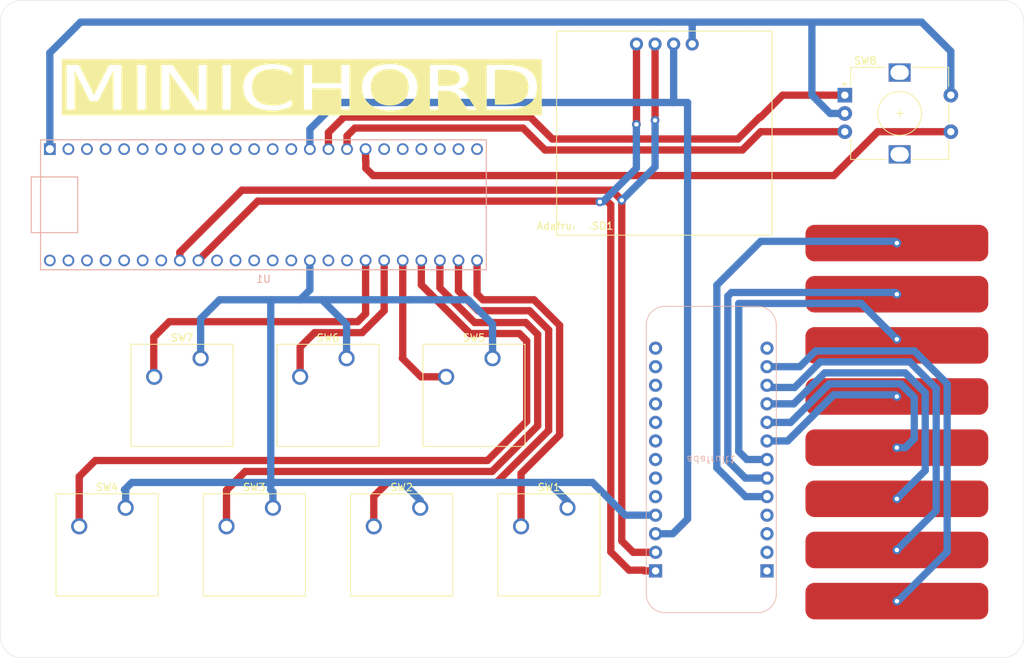
<source format=kicad_pcb>
(kicad_pcb (version 20240108) (generator "pcbnew") (generator_version "8.0")
  (layers (0 "F.Cu" signal) (31 "B.Cu" signal) (34 "B.Paste" user) (35 "F.Paste" user) (36 "B.SilkS" user "B.Silkscreen") (37 "F.SilkS" user "F.Silkscreen") (38 "B.Mask" user) (39 "F.Mask" user) (44 "Edge.Cuts" user))
  (net 0 "")
  (net 1 "BUTTON1")
  (net 2 "GND")
  (net 3 "BUTTON2")
  (net 4 "BUTTON3")
  (net 5 "BUTTON4")
  (net 6 "BUTTON5")
  (net 7 "BUTTON6")
  (net 8 "BUTTON7")
  (net 10 "ENCODER1")
  (net 21 "SCL")
  (net 26 "SDA")
  (net 37 "+3.3V")
  (net 43 "ENCODER2")
  (net 45 "ENCODERBUTTON")
  (net 47 "TRACK5")
  (net 50 "TRACK1")
  (net 51 "CAP RESET")
  (net 53 "TRACK4")
  (net 56 "TRACK2")
  (net 57 "TRACK6")
  (net 59 "TRACK8")
  (net 62 "TRACK7")
  (net 64 "TRACK3")
  (footprint "Button_Switch_Keyboard:SW_Cherry_MX_1.00u_PCB" (layer "F.Cu") (at 84.41 88)
    (property "Reference" "SW7" (at -2.54 -2.794 0) (layer "F.SilkS"))
    (property "Value" "SW_Push")
    (fp_line (start -9.525 -1.905) (end 4.445 -1.905) (stroke (width 0.12)) (layer "F.SilkS"))
    (fp_line (start -9.525 12.065) (end -9.525 -1.905) (stroke (width 0.12)) (layer "F.SilkS"))
    (fp_line (start 4.445 -1.905) (end 4.445 12.065) (stroke (width 0.12)) (layer "F.SilkS"))
    (fp_line (start 4.445 12.065) (end -9.525 12.065) (stroke (width 0.12)) (layer "F.SilkS"))
    (pad "" np_thru_hole circle (at -7.62 5.08) (size 1.7 1.7) (drill 1.7) (layers "*.Cu" "*.Mask"))
    (pad "" np_thru_hole circle (at -2.54 5.08) (size 4 4) (drill 4) (layers "*.Cu" "*.Mask"))
    (pad "" np_thru_hole circle (at 2.54 5.08) (size 1.7 1.7) (drill 1.7) (layers "*.Cu" "*.Mask"))
    (pad "1" thru_hole circle (at 0 0) (size 2.2 2.2) (drill 1.5) (layers "*.Cu" "*.Mask") (net 2 "GND"))
    (pad "2" thru_hole circle (at -6.35 2.54) (size 2.2 2.2) (drill 1.5) (layers "*.Cu" "*.Mask") (net 8 "BUTTON7"))
  )
  (footprint "kiyokoFootprints:8touchCapacitiveTouch" (layer "F.Cu") (at 179.62 97.24)
    (property "Reference" "8exposedTrack1" (hide yes))
    (property "Value" "~")
    (pad "1" smd roundrect (at 0 -25) (size 25 5) (property pad_prop_heatsink) (layers "F.Cu" "F.Mask") (net 50 "TRACK1"))
    (pad "2" smd roundrect (at 0 -18) (size 25 5) (property pad_prop_heatsink) (layers "F.Cu" "F.Mask") (net 56 "TRACK2"))
    (pad "3" smd roundrect (at 0 -11) (size 25 5) (property pad_prop_heatsink) (layers "F.Cu" "F.Mask") (net 64 "TRACK3"))
    (pad "4" smd roundrect (at 0 -4) (size 25 5) (property pad_prop_heatsink) (layers "F.Cu" "F.Mask") (net 53 "TRACK4"))
    (pad "5" smd roundrect (at 0 3) (size 25 5) (property pad_prop_heatsink) (layers "F.Cu" "F.Mask") (net 47 "TRACK5"))
    (pad "6" smd roundrect (at 0 10) (size 25 5) (property pad_prop_heatsink) (layers "F.Cu" "F.Mask") (net 57 "TRACK6"))
    (pad "7" smd roundrect (at 0 17) (size 25 5) (property pad_prop_heatsink) (layers "F.Cu" "F.Mask") (net 62 "TRACK7"))
    (pad "8" smd roundrect (at 0 24) (size 25 5) (property pad_prop_heatsink) (layers "F.Cu" "F.Mask") (net 59 "TRACK8"))
  )
  (footprint "Button_Switch_Keyboard:SW_Cherry_MX_1.00u_PCB" (layer "F.Cu") (at 104.37 88)
    (property "Reference" "SW6" (at -2.54 -2.794 0) (layer "F.SilkS"))
    (property "Value" "SW_Push")
    (fp_line (start -9.525 -1.905) (end 4.445 -1.905) (stroke (width 0.12)) (layer "F.SilkS"))
    (fp_line (start -9.525 12.065) (end -9.525 -1.905) (stroke (width 0.12)) (layer "F.SilkS"))
    (fp_line (start 4.445 -1.905) (end 4.445 12.065) (stroke (width 0.12)) (layer "F.SilkS"))
    (fp_line (start 4.445 12.065) (end -9.525 12.065) (stroke (width 0.12)) (layer "F.SilkS"))
    (pad "" np_thru_hole circle (at -7.62 5.08) (size 1.7 1.7) (drill 1.7) (layers "*.Cu" "*.Mask"))
    (pad "" np_thru_hole circle (at -2.54 5.08) (size 4 4) (drill 4) (layers "*.Cu" "*.Mask"))
    (pad "" np_thru_hole circle (at 2.54 5.08) (size 1.7 1.7) (drill 1.7) (layers "*.Cu" "*.Mask"))
    (pad "1" thru_hole circle (at 0 0) (size 2.2 2.2) (drill 1.5) (layers "*.Cu" "*.Mask") (net 2 "GND"))
    (pad "2" thru_hole circle (at -6.35 2.54) (size 2.2 2.2) (drill 1.5) (layers "*.Cu" "*.Mask") (net 7 "BUTTON6"))
  )
  (footprint "MountingHole:MountingHole_2.7mm_M2.5" (layer "F.Cu") (at 60 42)
    (property "Reference" "H1" (hide yes))
    (property "Value" "MountingHole" (hide yes))
    (pad "" np_thru_hole circle (at 0 0) (size 2.7 2.7) (drill 2.7) (layers "*.Cu" "*.Mask"))
  )
  (footprint "MountingHole:MountingHole_2.7mm_M2.5" (layer "F.Cu") (at 194 42)
    (property "Reference" "H2" (hide yes))
    (property "Value" "MountingHole" (hide yes))
    (pad "" np_thru_hole circle (at 0 0) (size 2.7 2.7) (drill 2.7) (layers "*.Cu" "*.Mask"))
  )
  (footprint "Button_Switch_Keyboard:SW_Cherry_MX_1.00u_PCB" (layer "F.Cu") (at 124.33 88)
    (property "Reference" "SW5" (at -2.54 -2.794 0) (layer "F.SilkS"))
    (property "Value" "SW_Push")
    (fp_line (start -9.525 -1.905) (end 4.445 -1.905) (stroke (width 0.12)) (layer "F.SilkS"))
    (fp_line (start -9.525 12.065) (end -9.525 -1.905) (stroke (width 0.12)) (layer "F.SilkS"))
    (fp_line (start 4.445 -1.905) (end 4.445 12.065) (stroke (width 0.12)) (layer "F.SilkS"))
    (fp_line (start 4.445 12.065) (end -9.525 12.065) (stroke (width 0.12)) (layer "F.SilkS"))
    (pad "" np_thru_hole circle (at -7.62 5.08) (size 1.7 1.7) (drill 1.7) (layers "*.Cu" "*.Mask"))
    (pad "" np_thru_hole circle (at -2.54 5.08) (size 4 4) (drill 4) (layers "*.Cu" "*.Mask"))
    (pad "" np_thru_hole circle (at 2.54 5.08) (size 1.7 1.7) (drill 1.7) (layers "*.Cu" "*.Mask"))
    (pad "1" thru_hole circle (at 0 0) (size 2.2 2.2) (drill 1.5) (layers "*.Cu" "*.Mask") (net 2 "GND"))
    (pad "2" thru_hole circle (at -6.35 2.54) (size 2.2 2.2) (drill 1.5) (layers "*.Cu" "*.Mask") (net 6 "BUTTON5"))
  )
  (footprint "Button_Switch_Keyboard:SW_Cherry_MX_1.00u_PCB" (layer "F.Cu") (at 94.3 108.46)
    (property "Reference" "SW3" (at -2.54 -2.794 0) (layer "F.SilkS"))
    (property "Value" "SW_Push")
    (fp_line (start -9.525 -1.905) (end 4.445 -1.905) (stroke (width 0.12)) (layer "F.SilkS"))
    (fp_line (start -9.525 12.065) (end -9.525 -1.905) (stroke (width 0.12)) (layer "F.SilkS"))
    (fp_line (start 4.445 -1.905) (end 4.445 12.065) (stroke (width 0.12)) (layer "F.SilkS"))
    (fp_line (start 4.445 12.065) (end -9.525 12.065) (stroke (width 0.12)) (layer "F.SilkS"))
    (pad "" np_thru_hole circle (at -7.62 5.08) (size 1.7 1.7) (drill 1.7) (layers "*.Cu" "*.Mask"))
    (pad "" np_thru_hole circle (at -2.54 5.08) (size 4 4) (drill 4) (layers "*.Cu" "*.Mask"))
    (pad "" np_thru_hole circle (at 2.54 5.08) (size 1.7 1.7) (drill 1.7) (layers "*.Cu" "*.Mask"))
    (pad "1" thru_hole circle (at 0 0) (size 2.2 2.2) (drill 1.5) (layers "*.Cu" "*.Mask") (net 2 "GND"))
    (pad "2" thru_hole circle (at -6.35 2.54) (size 2.2 2.2) (drill 1.5) (layers "*.Cu" "*.Mask") (net 4 "BUTTON3"))
  )
  (footprint "Button_Switch_Keyboard:SW_Cherry_MX_1.00u_PCB" (layer "F.Cu") (at 74.16 108.46)
    (property "Reference" "SW4" (at -2.54 -2.794 0) (layer "F.SilkS"))
    (property "Value" "SW_Push")
    (fp_line (start -9.525 -1.905) (end 4.445 -1.905) (stroke (width 0.12)) (layer "F.SilkS"))
    (fp_line (start -9.525 12.065) (end -9.525 -1.905) (stroke (width 0.12)) (layer "F.SilkS"))
    (fp_line (start 4.445 -1.905) (end 4.445 12.065) (stroke (width 0.12)) (layer "F.SilkS"))
    (fp_line (start 4.445 12.065) (end -9.525 12.065) (stroke (width 0.12)) (layer "F.SilkS"))
    (pad "" np_thru_hole circle (at -7.62 5.08) (size 1.7 1.7) (drill 1.7) (layers "*.Cu" "*.Mask"))
    (pad "" np_thru_hole circle (at -2.54 5.08) (size 4 4) (drill 4) (layers "*.Cu" "*.Mask"))
    (pad "" np_thru_hole circle (at 2.54 5.08) (size 1.7 1.7) (drill 1.7) (layers "*.Cu" "*.Mask"))
    (pad "1" thru_hole circle (at 0 0) (size 2.2 2.2) (drill 1.5) (layers "*.Cu" "*.Mask") (net 2 "GND"))
    (pad "2" thru_hole circle (at -6.35 2.54) (size 2.2 2.2) (drill 1.5) (layers "*.Cu" "*.Mask") (net 5 "BUTTON4"))
  )
  (footprint "MountingHole:MountingHole_2.7mm_M2.5" (layer "F.Cu") (at 60 126)
    (property "Reference" "H4" (hide yes))
    (property "Value" "MountingHole" (hide yes))
    (pad "" np_thru_hole circle (at 0 0) (size 2.7 2.7) (drill 2.7) (layers "*.Cu" "*.Mask"))
  )
  (footprint "Rotary_Encoder:RotaryEncoder_Alps_EC12E-Switch_Vertical_H20mm" (layer "F.Cu") (at 172.5 52)
    (property "Reference" "SW8" (at 2.8 -4.7 0) (layer "F.SilkS"))
    (property "Value" "RotaryEncoder_Switch")
    (fp_line (start -0.3 -1.6) (end 0.3 -1.6) (stroke (width 0.12)) (layer "F.SilkS"))
    (fp_line (start 0 -1.3) (end -0.3 -1.6) (stroke (width 0.12)) (layer "F.SilkS"))
    (fp_line (start 0.3 -1.6) (end 0 -1.3) (stroke (width 0.12)) (layer "F.SilkS"))
    (fp_line (start 0.8 -3.8) (end 0.8 -1.3) (stroke (width 0.12)) (layer "F.SilkS"))
    (fp_line (start 0.8 8.8) (end 0.8 6) (stroke (width 0.12)) (layer "F.SilkS"))
    (fp_line (start 5.6 -3.8) (end 0.8 -3.8) (stroke (width 0.12)) (layer "F.SilkS"))
    (fp_line (start 5.7 8.8) (end 0.8 8.8) (stroke (width 0.12)) (layer "F.SilkS"))
    (fp_line (start 7 2.5) (end 8 2.5) (stroke (width 0.12)) (layer "F.SilkS"))
    (fp_line (start 7.5 2) (end 7.5 3) (stroke (width 0.12)) (layer "F.SilkS"))
    (fp_line (start 9.3 -3.8) (end 14.2 -3.8) (stroke (width 0.12)) (layer "F.SilkS"))
    (fp_line (start 14.2 -3.8) (end 14.2 -1.2) (stroke (width 0.12)) (layer "F.SilkS"))
    (fp_line (start 14.2 1.2) (end 14.2 3.8) (stroke (width 0.12)) (layer "F.SilkS"))
    (fp_line (start 14.2 6.2) (end 14.2 8.8) (stroke (width 0.12)) (layer "F.SilkS"))
    (fp_line (start 14.2 8.8) (end 9.3 8.8) (stroke (width 0.12)) (layer "F.SilkS"))
    (fp_circle (center 7.5 2.5) (end 10.5 2.5) (stroke (width 0.12)) (fill none) (layer "F.SilkS"))
    (pad "A" thru_hole rect (at 0 0) (size 2 2) (drill 1) (layers "*.Cu" "*.Mask") (net 10 "ENCODER1"))
    (pad "B" thru_hole circle (at 0 5) (size 2 2) (drill 1) (layers "*.Cu" "*.Mask") (net 43 "ENCODER2"))
    (pad "C" thru_hole circle (at 0 2.5) (size 2 2) (drill 1) (layers "*.Cu" "*.Mask") (net 2 "GND"))
    (pad "MP" thru_hole rect (at 7.5 -3.1) (size 3 2.5) (drill oval 2.5 2) (layers "*.Cu" "*.Mask"))
    (pad "MP" thru_hole rect (at 7.5 8.1) (size 3 2.5) (drill oval 2.5 2) (layers "*.Cu" "*.Mask"))
    (pad "S1" thru_hole circle (at 14.5 0) (size 2 2) (drill 1) (layers "*.Cu" "*.Mask") (net 2 "GND"))
    (pad "S2" thru_hole circle (at 14.5 5) (size 2 2) (drill 1) (layers "*.Cu" "*.Mask") (net 45 "ENCODERBUTTON"))
  )
  (footprint "Button_Switch_Keyboard:SW_Cherry_MX_1.00u_PCB" (layer "F.Cu") (at 134.58 108.46)
    (property "Reference" "SW1" (at -2.54 -2.794 0) (layer "F.SilkS"))
    (property "Value" "SW_Push")
    (fp_line (start -9.525 -1.905) (end 4.445 -1.905) (stroke (width 0.12)) (layer "F.SilkS"))
    (fp_line (start -9.525 12.065) (end -9.525 -1.905) (stroke (width 0.12)) (layer "F.SilkS"))
    (fp_line (start 4.445 -1.905) (end 4.445 12.065) (stroke (width 0.12)) (layer "F.SilkS"))
    (fp_line (start 4.445 12.065) (end -9.525 12.065) (stroke (width 0.12)) (layer "F.SilkS"))
    (pad "" np_thru_hole circle (at -7.62 5.08) (size 1.7 1.7) (drill 1.7) (layers "*.Cu" "*.Mask"))
    (pad "" np_thru_hole circle (at -2.54 5.08) (size 4 4) (drill 4) (layers "*.Cu" "*.Mask"))
    (pad "" np_thru_hole circle (at 2.54 5.08) (size 1.7 1.7) (drill 1.7) (layers "*.Cu" "*.Mask"))
    (pad "1" thru_hole circle (at 0 0) (size 2.2 2.2) (drill 1.5) (layers "*.Cu" "*.Mask") (net 2 "GND"))
    (pad "2" thru_hole circle (at -6.35 2.54) (size 2.2 2.2) (drill 1.5) (layers "*.Cu" "*.Mask") (net 1 "BUTTON1"))
  )
  (footprint "Steve:OLED_From_Amazon" (layer "F.Cu") (at 133.092 43.222)
    (property "Reference" "Adafruit_SSD1" (at 2.54 26.67 0) (layer "F.SilkS"))
    (property "Value" "~")
    (fp_rect (start 0 0) (end 29.464 27.94) (stroke (width 0.12)) (fill none) (layer "F.SilkS"))
    (pad "" np_thru_hole circle (at 3.556 1.778) (size 2.7 2.7) (drill 2.7) (layers "F&B.Cu" "*.Mask"))
    (pad "" np_thru_hole circle (at 3.556 26.162) (size 2.7 2.7) (drill 2.7) (layers "F&B.Cu" "*.Mask"))
    (pad "" np_thru_hole circle (at 25.908 1.778) (size 2.7 2.7) (drill 2.7) (layers "F&B.Cu" "*.Mask"))
    (pad "" np_thru_hole circle (at 25.908 26.162) (size 2.7 2.7) (drill 2.7) (layers "F&B.Cu" "*.Mask"))
    (pad "1" thru_hole circle (at 10.922 1.778) (size 1.8 1.8) (drill 1) (layers "*.Cu" "*.Mask") (net 2 "GND"))
    (pad "2" thru_hole circle (at 13.462 1.778) (size 1.8 1.8) (drill 1) (layers "*.Cu" "*.Mask") (net 37 "+3.3V"))
    (pad "3" thru_hole circle (at 16.002 1.778) (size 1.8 1.8) (drill 1) (layers "*.Cu" "*.Mask") (net 21 "SCL"))
    (pad "4" thru_hole circle (at 18.542 1.778) (size 1.8 1.8) (drill 1) (layers "*.Cu" "*.Mask") (net 26 "SDA"))
  )
  (footprint "Button_Switch_Keyboard:SW_Cherry_MX_1.00u_PCB" (layer "F.Cu") (at 114.44 108.46)
    (property "Reference" "SW2" (at -2.54 -2.794 0) (layer "F.SilkS"))
    (property "Value" "SW_Push")
    (fp_line (start -9.525 -1.905) (end 4.445 -1.905) (stroke (width 0.12)) (layer "F.SilkS"))
    (fp_line (start -9.525 12.065) (end -9.525 -1.905) (stroke (width 0.12)) (layer "F.SilkS"))
    (fp_line (start 4.445 -1.905) (end 4.445 12.065) (stroke (width 0.12)) (layer "F.SilkS"))
    (fp_line (start 4.445 12.065) (end -9.525 12.065) (stroke (width 0.12)) (layer "F.SilkS"))
    (pad "" np_thru_hole circle (at -7.62 5.08) (size 1.7 1.7) (drill 1.7) (layers "*.Cu" "*.Mask"))
    (pad "" np_thru_hole circle (at -2.54 5.08) (size 4 4) (drill 4) (layers "*.Cu" "*.Mask"))
    (pad "" np_thru_hole circle (at 2.54 5.08) (size 1.7 1.7) (drill 1.7) (layers "*.Cu" "*.Mask"))
    (pad "1" thru_hole circle (at 0 0) (size 2.2 2.2) (drill 1.5) (layers "*.Cu" "*.Mask") (net 2 "GND"))
    (pad "2" thru_hole circle (at -6.35 2.54) (size 2.2 2.2) (drill 1.5) (layers "*.Cu" "*.Mask") (net 3 "BUTTON2"))
  )
  (footprint "MountingHole:MountingHole_2.7mm_M2.5" (layer "F.Cu") (at 194 126)
    (property "Reference" "H3" (hide yes))
    (property "Value" "MountingHole" (hide yes))
    (pad "" np_thru_hole circle (at 0 0) (size 2.7 2.7) (drill 2.7) (layers "*.Cu" "*.Mask"))
  )
  (footprint "kiyokoFootprints:CAP1188 BREAKOUT" (layer "B.Cu") (at 154.24 101.86)
    (property "Reference" "adafruit1" (at 0 0 180) (layer "B.SilkS") (effects (font (thickness 0.1)) (justify mirror)))
    (property "Value" "CAP1188")
    (fp_line (start -8.89 18.415) (end -8.89 -18.415) (stroke (width 0.1)) (layer "B.SilkS"))
    (fp_line (start -6.35 -20.955) (end 6.35 -20.955) (stroke (width 0.1)) (layer "B.SilkS"))
    (fp_line (start 6.35 20.955) (end -6.35 20.955) (stroke (width 0.1)) (layer "B.SilkS"))
    (fp_line (start 8.89 -18.415) (end 8.89 18.415) (stroke (width 0.1)) (layer "B.SilkS"))
    (fp_arc (start -8.89 -18.415) (mid -8.146051 -20.211051) (end -6.35 -20.955) (stroke (width 0.1)) (layer "B.SilkS"))
    (fp_arc (start -6.35 20.955) (mid -8.146051 20.211051) (end -8.89 18.415) (stroke (width 0.1)) (layer "B.SilkS"))
    (fp_arc (start 6.35 -20.955) (mid 8.146051 -20.211051) (end 8.89 -18.415) (stroke (width 0.1)) (layer "B.SilkS"))
    (fp_arc (start 8.89 18.415) (mid 8.146051 20.211051) (end 6.35 20.955) (stroke (width 0.1)) (layer "B.SilkS"))
    (pad "" np_thru_hole circle (at -6.35 -18.415) (size 2.54 2.54) (drill 2.54) (layers "F&B.Cu" "*.Mask"))
    (pad "" np_thru_hole circle (at -6.35 18.415) (size 2.54 2.54) (drill 2.54) (layers "F&B.Cu" "*.Mask"))
    (pad "" np_thru_hole circle (at 6.35 -18.415) (size 2.54 2.54) (drill 2.54) (layers "F&B.Cu" "*.Mask"))
    (pad "" np_thru_hole circle (at 6.35 18.415) (size 2.54 2.54) (drill 2.54) (layers "F&B.Cu" "*.Mask"))
    (pad "1" thru_hole rect (at -7.62 15.24) (size 1.8 1.8) (drill 1) (layers "*.Cu" "*.Mask") (net 26 "SDA"))
    (pad "2" thru_hole circle (at -7.62 12.7) (size 1.8 1.8) (drill 1) (layers "*.Cu" "*.Mask") (net 21 "SCL"))
    (pad "3" thru_hole circle (at -7.62 10.16) (size 1.8 1.8) (drill 1) (layers "*.Cu" "*.Mask") (net 37 "+3.3V"))
    (pad "4" thru_hole circle (at -7.62 7.62) (size 1.8 1.8) (drill 1) (layers "*.Cu" "*.Mask") (net 2 "GND"))
    (pad "5" thru_hole circle (at -7.62 5.08) (size 1.8 1.8) (drill 1) (layers "*.Cu" "*.Mask"))
    (pad "6" thru_hole circle (at -7.62 2.54) (size 1.8 1.8) (drill 1) (layers "*.Cu" "*.Mask"))
    (pad "7" thru_hole circle (at -7.62 0) (size 1.8 1.8) (drill 1) (layers "*.Cu" "*.Mask"))
    (pad "8" thru_hole circle (at -7.62 -2.54) (size 1.8 1.8) (drill 1) (layers "*.Cu" "*.Mask"))
    (pad "9" thru_hole circle (at -7.62 -5.08) (size 1.8 1.8) (drill 1) (layers "*.Cu" "*.Mask"))
    (pad "10" thru_hole circle (at -7.62 -7.62) (size 1.8 1.8) (drill 1) (layers "*.Cu" "*.Mask"))
    (pad "11" thru_hole circle (at -7.62 -10.16) (size 1.8 1.8) (drill 1) (layers "*.Cu" "*.Mask"))
    (pad "12" thru_hole circle (at -7.62 -12.7) (size 1.8 1.8) (drill 1) (layers "*.Cu" "*.Mask"))
    (pad "13" thru_hole circle (at -7.62 -15.24) (size 1.8 1.8) (drill 1) (layers "*.Cu" "*.Mask"))
    (pad "14" thru_hole rect (at 7.62 15.24) (size 1.8 1.8) (drill 1) (layers "*.Cu" "*.Mask"))
    (pad "15" thru_hole circle (at 7.62 12.7) (size 1.8 1.8) (drill 1) (layers "*.Cu" "*.Mask"))
    (pad "16" thru_hole circle (at 7.62 10.16) (size 1.8 1.8) (drill 1) (layers "*.Cu" "*.Mask") (net 51 "CAP RESET"))
    (pad "17" thru_hole circle (at 7.62 7.62) (size 1.8 1.8) (drill 1) (layers "*.Cu" "*.Mask"))
    (pad "18" thru_hole circle (at 7.62 5.08) (size 1.8 1.8) (drill 1) (layers "*.Cu" "*.Mask") (net 50 "TRACK1"))
    (pad "19" thru_hole circle (at 7.62 2.54) (size 1.8 1.8) (drill 1) (layers "*.Cu" "*.Mask") (net 56 "TRACK2"))
    (pad "20" thru_hole circle (at 7.62 0) (size 1.8 1.8) (drill 1) (layers "*.Cu" "*.Mask") (net 64 "TRACK3"))
    (pad "21" thru_hole circle (at 7.62 -2.54) (size 1.8 1.8) (drill 1) (layers "*.Cu" "*.Mask") (net 53 "TRACK4"))
    (pad "22" thru_hole circle (at 7.62 -5.08) (size 1.8 1.8) (drill 1) (layers "*.Cu" "*.Mask") (net 47 "TRACK5"))
    (pad "23" thru_hole circle (at 7.62 -7.62) (size 1.8 1.8) (drill 1) (layers "*.Cu" "*.Mask") (net 57 "TRACK6"))
    (pad "24" thru_hole circle (at 7.62 -10.16) (size 1.8 1.8) (drill 1) (layers "*.Cu" "*.Mask") (net 62 "TRACK7"))
    (pad "25" thru_hole circle (at 7.62 -12.7) (size 1.8 1.8) (drill 1) (layers "*.Cu" "*.Mask") (net 59 "TRACK8"))
    (pad "26" thru_hole circle (at 7.62 -15.24) (size 1.8 1.8) (drill 1) (layers "*.Cu" "*.Mask"))
  )
  (footprint "teensy:Teensy41Better" (layer "B.Cu") (at 93 67)
    (property "Reference" "U1" (at 0 10.16 0) (layer "B.SilkS") (effects (justify mirror)))
    (property "Value" "Teensy4.1Better")
    (fp_line (start -31.75 -3.81) (end -30.48 -3.81) (stroke (width 0.15)) (layer "B.SilkS"))
    (fp_line (start -31.75 3.81) (end -31.75 -3.81) (stroke (width 0.15)) (layer "B.SilkS"))
    (fp_line (start -30.48 -8.89) (end 30.48 -8.89) (stroke (width 0.15)) (layer "B.SilkS"))
    (fp_line (start -30.48 -3.81) (end -25.4 -3.81) (stroke (width 0.15)) (layer "B.SilkS"))
    (fp_line (start -30.48 3.81) (end -31.75 3.81) (stroke (width 0.15)) (layer "B.SilkS"))
    (fp_line (start -30.48 3.81) (end -25.4 3.81) (stroke (width 0.15)) (layer "B.SilkS"))
    (fp_line (start -30.48 8.89) (end -30.48 -8.89) (stroke (width 0.15)) (layer "B.SilkS"))
    (fp_line (start -25.4 3.81) (end -25.4 -3.81) (stroke (width 0.15)) (layer "B.SilkS"))
    (fp_line (start 30.48 -8.89) (end 30.48 8.89) (stroke (width 0.15)) (layer "B.SilkS"))
    (fp_line (start 30.48 8.89) (end -30.48 8.89) (stroke (width 0.15)) (layer "B.SilkS"))
    (pad "1" thru_hole rect (at -29.21 -7.62) (size 1.6 1.6) (drill 1.1) (layers "*.Cu" "*.Mask") (net 2 "GND"))
    (pad "2" thru_hole circle (at -26.67 -7.62) (size 1.6 1.6) (drill 1.1) (layers "*.Cu" "*.Mask"))
    (pad "3" thru_hole circle (at -24.13 -7.62) (size 1.6 1.6) (drill 1.1) (layers "*.Cu" "*.Mask"))
    (pad "4" thru_hole circle (at -21.59 -7.62) (size 1.6 1.6) (drill 1.1) (layers "*.Cu" "*.Mask"))
    (pad "5" thru_hole circle (at -19.05 -7.62) (size 1.6 1.6) (drill 1.1) (layers "*.Cu" "*.Mask"))
    (pad "6" thru_hole circle (at -16.51 -7.62) (size 1.6 1.6) (drill 1.1) (layers "*.Cu" "*.Mask"))
    (pad "7" thru_hole circle (at -13.97 -7.62) (size 1.6 1.6) (drill 1.1) (layers "*.Cu" "*.Mask"))
    (pad "8" thru_hole circle (at -11.43 -7.62) (size 1.6 1.6) (drill 1.1) (layers "*.Cu" "*.Mask"))
    (pad "9" thru_hole circle (at -8.89 -7.62) (size 1.6 1.6) (drill 1.1) (layers "*.Cu" "*.Mask"))
    (pad "10" thru_hole circle (at -6.35 -7.62) (size 1.6 1.6) (drill 1.1) (layers "*.Cu" "*.Mask"))
    (pad "11" thru_hole circle (at -3.81 -7.62) (size 1.6 1.6) (drill 1.1) (layers "*.Cu" "*.Mask"))
    (pad "12" thru_hole circle (at -1.27 -7.62) (size 1.6 1.6) (drill 1.1) (layers "*.Cu" "*.Mask"))
    (pad "13" thru_hole circle (at 1.27 -7.62) (size 1.6 1.6) (drill 1.1) (layers "*.Cu" "*.Mask"))
    (pad "14" thru_hole circle (at 3.81 -7.62) (size 1.6 1.6) (drill 1.1) (layers "*.Cu" "*.Mask"))
    (pad "15" thru_hole circle (at 6.35 -7.62) (size 1.6 1.6) (drill 1.1) (layers "*.Cu" "*.Mask") (net 37 "+3.3V"))
    (pad "16" thru_hole circle (at 8.89 -7.62) (size 1.6 1.6) (drill 1.1) (layers "*.Cu" "*.Mask") (net 10 "ENCODER1"))
    (pad "17" thru_hole circle (at 11.43 -7.62) (size 1.6 1.6) (drill 1.1) (layers "*.Cu" "*.Mask") (net 43 "ENCODER2"))
    (pad "18" thru_hole circle (at 13.97 -7.62) (size 1.6 1.6) (drill 1.1) (layers "*.Cu" "*.Mask") (net 45 "ENCODERBUTTON"))
    (pad "19" thru_hole circle (at 16.51 -7.62) (size 1.6 1.6) (drill 1.1) (layers "*.Cu" "*.Mask"))
    (pad "20" thru_hole circle (at 19.05 -7.62) (size 1.6 1.6) (drill 1.1) (layers "*.Cu" "*.Mask"))
    (pad "21" thru_hole circle (at 21.59 -7.62) (size 1.6 1.6) (drill 1.1) (layers "*.Cu" "*.Mask"))
    (pad "22" thru_hole circle (at 24.13 -7.62) (size 1.6 1.6) (drill 1.1) (layers "*.Cu" "*.Mask"))
    (pad "23" thru_hole circle (at 26.67 -7.62) (size 1.6 1.6) (drill 1.1) (layers "*.Cu" "*.Mask"))
    (pad "24" thru_hole circle (at 29.21 -7.62) (size 1.6 1.6) (drill 1.1) (layers "*.Cu" "*.Mask"))
    (pad "25" thru_hole circle (at 29.21 7.62) (size 1.6 1.6) (drill 1.1) (layers "*.Cu" "*.Mask") (net 1 "BUTTON1"))
    (pad "26" thru_hole circle (at 26.67 7.62) (size 1.6 1.6) (drill 1.1) (layers "*.Cu" "*.Mask") (net 3 "BUTTON2"))
    (pad "27" thru_hole circle (at 24.13 7.62) (size 1.6 1.6) (drill 1.1) (layers "*.Cu" "*.Mask") (net 4 "BUTTON3"))
    (pad "28" thru_hole circle (at 21.59 7.62) (size 1.6 1.6) (drill 1.1) (layers "*.Cu" "*.Mask") (net 5 "BUTTON4"))
    (pad "29" thru_hole circle (at 19.05 7.62) (size 1.6 1.6) (drill 1.1) (layers "*.Cu" "*.Mask") (net 6 "BUTTON5"))
    (pad "30" thru_hole circle (at 16.51 7.62) (size 1.6 1.6) (drill 1.1) (layers "*.Cu" "*.Mask") (net 7 "BUTTON6"))
    (pad "31" thru_hole circle (at 13.97 7.62) (size 1.6 1.6) (drill 1.1) (layers "*.Cu" "*.Mask") (net 8 "BUTTON7"))
    (pad "32" thru_hole circle (at 11.43 7.62) (size 1.6 1.6) (drill 1.1) (layers "*.Cu" "*.Mask"))
    (pad "33" thru_hole circle (at 8.89 7.62) (size 1.6 1.6) (drill 1.1) (layers "*.Cu" "*.Mask"))
    (pad "34" thru_hole circle (at 6.35 7.62) (size 1.6 1.6) (drill 1.1) (layers "*.Cu" "*.Mask") (net 2 "GND"))
    (pad "35" thru_hole circle (at 3.81 7.62) (size 1.6 1.6) (drill 1.1) (layers "*.Cu" "*.Mask"))
    (pad "36" thru_hole circle (at 1.27 7.62) (size 1.6 1.6) (drill 1.1) (layers "*.Cu" "*.Mask"))
    (pad "37" thru_hole circle (at -1.27 7.62) (size 1.6 1.6) (drill 1.1) (layers "*.Cu" "*.Mask"))
    (pad "38" thru_hole circle (at -3.81 7.62) (size 1.6 1.6) (drill 1.1) (layers "*.Cu" "*.Mask"))
    (pad "39" thru_hole circle (at -6.35 7.62) (size 1.6 1.6) (drill 1.1) (layers "*.Cu" "*.Mask"))
    (pad "40" thru_hole circle (at -8.89 7.62) (size 1.6 1.6) (drill 1.1) (layers "*.Cu" "*.Mask") (net 26 "SDA"))
    (pad "41" thru_hole circle (at -11.43 7.62) (size 1.6 1.6) (drill 1.1) (layers "*.Cu" "*.Mask") (net 21 "SCL"))
    (pad "42" thru_hole circle (at -13.97 7.62) (size 1.6 1.6) (drill 1.1) (layers "*.Cu" "*.Mask"))
    (pad "43" thru_hole circle (at -16.51 7.62) (size 1.6 1.6) (drill 1.1) (layers "*.Cu" "*.Mask"))
    (pad "44" thru_hole circle (at -19.05 7.62) (size 1.6 1.6) (drill 1.1) (layers "*.Cu" "*.Mask"))
    (pad "45" thru_hole circle (at -21.59 7.62) (size 1.6 1.6) (drill 1.1) (layers "*.Cu" "*.Mask"))
    (pad "46" thru_hole circle (at -24.13 7.62) (size 1.6 1.6) (drill 1.1) (layers "*.Cu" "*.Mask") (net 37 "+3.3V"))
    (pad "47" thru_hole circle (at -26.67 7.62) (size 1.6 1.6) (drill 1.1) (layers "*.Cu" "*.Mask"))
    (pad "48" thru_hole circle (at -29.21 7.62) (size 1.6 1.6) (drill 1.1) (layers "*.Cu" "*.Mask"))
  )
  (gr_line (start 197 42) (end 197 126) (stroke (width 0.05)) (layer "Edge.Cuts"))
  (gr_arc (start 197 126) (mid 196.12132 128.12132) (end 194 129) (stroke (width 0.05)) (layer "Edge.Cuts"))
  (gr_arc (start 60 129) (mid 57.87868 128.12132) (end 57 126) (stroke (width 0.05)) (layer "Edge.Cuts"))
  (gr_arc (start 194 39) (mid 196.12132 39.87868) (end 197 42) (stroke (width 0.05)) (layer "Edge.Cuts"))
  (gr_line (start 57 126) (end 57 42) (stroke (width 0.05)) (layer "Edge.Cuts"))
  (gr_arc (start 57 42) (mid 57.87868 39.87868) (end 60 39) (stroke (width 0.05)) (layer "Edge.Cuts"))
  (gr_line (start 194 129) (end 60 129) (stroke (width 0.05)) (layer "Edge.Cuts"))
  (gr_line (start 60 39) (end 194 39) (stroke (width 0.05)) (layer "Edge.Cuts"))
  (gr_text "MINICHORD" (at 65 55 0) (layer "F.SilkS" knockout) (effects (font (size 6 8) (thickness 0.75)) (justify left bottom)))
  (segment (start 133.5 83.5) (end 133.5 98.5) (width 1) (layer "F.Cu") (net 1))
  (segment (start 122.21 74.62) (end 122.21 79.21) (width 1) (layer "F.Cu") (net 1))
  (segment (start 128.23 103.77) (end 128.23 111) (width 1) (layer "F.Cu") (net 1))
  (segment (start 130 80) (end 133.5 83.5) (width 1) (layer "F.Cu") (net 1))
  (segment (start 133.5 98.5) (end 128.23 103.77) (width 1) (layer "F.Cu") (net 1))
  (segment (start 122.21 79.21) (end 123 80) (width 1) (layer "F.Cu") (net 1))
  (segment (start 123 80) (end 130 80) (width 1) (layer "F.Cu") (net 1))
  (segment (start 121 80) (end 113 80) (width 1) (layer "B.Cu") (net 2))
  (segment (start 94 106) (end 94.3 106.3) (width 1) (layer "B.Cu") (net 2))
  (segment (start 187 46) (end 187 52) (width 1) (layer "B.Cu") (net 2))
  (segment (start 132 105) (end 134.58 107.58) (width 1) (layer "B.Cu") (net 2))
  (segment (start 99.35 74.62) (end 99.35 78.65) (width 1) (layer "B.Cu") (net 2))
  (segment (start 172.5 54.5) (end 170.5 54.5) (width 1) (layer "B.Cu") (net 2))
  (segment (start 98 80) (end 94 80) (width 1) (layer "B.Cu") (net 2))
  (segment (start 94 105) (end 94 106) (width 1) (layer "B.Cu") (net 2))
  (segment (start 124.33 88) (end 124.33 83.33) (width 1) (layer "B.Cu") (net 2))
  (segment (start 151.634 42.366) (end 152 42) (width 1) (layer "B.Cu") (net 2))
  (segment (start 152 42) (end 168 42) (width 1) (layer "B.Cu") (net 2))
  (segment (start 104.37 83.37) (end 101 80) (width 1) (layer "B.Cu") (net 2))
  (segment (start 104.37 88) (end 104.37 83.37) (width 1) (layer "B.Cu") (net 2))
  (segment (start 94 105) (end 112 105) (width 1) (layer "B.Cu") (net 2))
  (segment (start 74.16 106.16) (end 74.16 108.46) (width 1) (layer "B.Cu") (net 2))
  (segment (start 134.58 107.58) (end 134.58 108.46) (width 1) (layer "B.Cu") (net 2))
  (segment (start 142.48 109.48) (end 146.62 109.48) (width 1) (layer "B.Cu") (net 2))
  (segment (start 63.79 59.38) (end 63.79 46.21) (width 1) (layer "B.Cu") (net 2))
  (segment (start 124.33 83.33) (end 121 80) (width 1) (layer "B.Cu") (net 2))
  (segment (start 138 105) (end 142.48 109.48) (width 1) (layer "B.Cu") (net 2))
  (segment (start 99.35 78.65) (end 98 80) (width 1) (layer "B.Cu") (net 2))
  (segment (start 84.41 82.59) (end 84.41 88) (width 1) (layer "B.Cu") (net 2))
  (segment (start 87 80) (end 84.41 82.59) (width 1) (layer "B.Cu") (net 2))
  (segment (start 101 80) (end 98 80) (width 1) (layer "B.Cu") (net 2))
  (segment (start 168 42) (end 183 42) (width 1) (layer "B.Cu") (net 2))
  (segment (start 112 105) (end 114.44 107.44) (width 1) (layer "B.Cu") (net 2))
  (segment (start 94 105) (end 75 105) (width 1) (layer "B.Cu") (net 2))
  (segment (start 68 42) (end 147 42) (width 1) (layer "B.Cu") (net 2))
  (segment (start 114.44 107.44) (end 114.44 108.46) (width 1) (layer "B.Cu") (net 2))
  (segment (start 151.634 44.616) (end 151.634 42.366) (width 1) (layer "B.Cu") (net 2))
  (segment (start 168 52) (end 168 42) (width 1) (layer "B.Cu") (net 2))
  (segment (start 94.3 106.3) (end 94.3 108.46) (width 1) (layer "B.Cu") (net 2))
  (segment (start 170.5 54.5) (end 168 52) (width 1) (layer "B.Cu") (net 2))
  (segment (start 74 106) (end 74.16 106.16) (width 1) (layer "B.Cu") (net 2))
  (segment (start 132 105) (end 138 105) (width 1) (layer "B.Cu") (net 2))
  (segment (start 75 105) (end 74 106) (width 1) (layer "B.Cu") (net 2))
  (segment (start 112 105) (end 132 105) (width 1) (layer "B.Cu") (net 2))
  (segment (start 113 80) (end 101 80) (width 1) (layer "B.Cu") (net 2))
  (segment (start 94 80) (end 87 80) (width 1) (layer "B.Cu") (net 2))
  (segment (start 147 42) (end 152 42) (width 1) (layer "B.Cu") (net 2))
  (segment (start 63.79 46.21) (end 68 42) (width 1) (layer "B.Cu") (net 2))
  (segment (start 183 42) (end 187 46) (width 1) (layer "B.Cu") (net 2))
  (segment (start 94 80) (end 94 105) (width 1) (layer "B.Cu") (net 2))
  (segment (start 129.37868 81.5) (end 132 84.12132) (width 1) (layer "F.Cu") (net 3))
  (segment (start 132 84.12132) (end 132 97.87868) (width 1) (layer "F.Cu") (net 3))
  (segment (start 132 97.87868) (end 124.87868 105) (width 1) (layer "F.Cu") (net 3))
  (segment (start 124.87868 105) (end 110 105) (width 1) (layer "F.Cu") (net 3))
  (segment (start 119.67 74.62) (end 119.67 78.79132) (width 1) (layer "F.Cu") (net 3))
  (segment (start 110 105) (end 108.09 106.91) (width 1) (layer "F.Cu") (net 3))
  (segment (start 122.37868 81.5) (end 129.37868 81.5) (width 1) (layer "F.Cu") (net 3))
  (segment (start 108.09 106.91) (end 108.09 111) (width 1) (layer "F.Cu") (net 3))
  (segment (start 119.67 78.79132) (end 122.37868 81.5) (width 1) (layer "F.Cu") (net 3))
  (segment (start 121.87868 83.12132) (end 128.87868 83.12132) (width 1) (layer "F.Cu") (net 4))
  (segment (start 124.25736 103.5) (end 90.5 103.5) (width 1) (layer "F.Cu") (net 4))
  (segment (start 90.5 103.5) (end 87.95 106.05) (width 1) (layer "F.Cu") (net 4))
  (segment (start 130.5 84.74264) (end 130.5 97.25736) (width 1) (layer "F.Cu") (net 4))
  (segment (start 128.87868 83.12132) (end 130.5 84.74264) (width 1) (layer "F.Cu") (net 4))
  (segment (start 117.13 78.37264) (end 121.87868 83.12132) (width 1) (layer "F.Cu") (net 4))
  (segment (start 130.5 97.25736) (end 124.25736 103.5) (width 1) (layer "F.Cu") (net 4))
  (segment (start 117.13 74.62) (end 117.13 78.37264) (width 1) (layer "F.Cu") (net 4))
  (segment (start 87.95 106.05) (end 87.95 111) (width 1) (layer "F.Cu") (net 4))
  (segment (start 129 85.62132) (end 129 96.63604) (width 1) (layer "F.Cu") (net 5))
  (segment (start 121.25736 84.62132) (end 128 84.62132) (width 1) (layer "F.Cu") (net 5))
  (segment (start 114.59 77.95396) (end 121.25736 84.62132) (width 1) (layer "F.Cu") (net 5))
  (segment (start 128 84.62132) (end 129 85.62132) (width 1) (layer "F.Cu") (net 5))
  (segment (start 123.63604 102) (end 70 102) (width 1) (layer "F.Cu") (net 5))
  (segment (start 67.81 104.19) (end 67.81 111) (width 1) (layer "F.Cu") (net 5))
  (segment (start 129 96.63604) (end 123.63604 102) (width 1) (layer "F.Cu") (net 5))
  (segment (start 114.59 74.62) (end 114.59 77.95396) (width 1) (layer "F.Cu") (net 5))
  (segment (start 70 102) (end 67.81 104.19) (width 1) (layer "F.Cu") (net 5))
  (segment (start 114.54 90.54) (end 112 88) (width 1) (layer "F.Cu") (net 6))
  (segment (start 112.05 87.95) (end 112.05 74.62) (width 1) (layer "F.Cu") (net 6))
  (segment (start 117.98 90.54) (end 114.54 90.54) (width 1) (layer "F.Cu") (net 6))
  (segment (start 112 88) (end 112.05 87.95) (width 1) (layer "F.Cu") (net 6))
  (segment (start 109.51 74.62) (end 109.51 81.49) (width 1) (layer "F.Cu") (net 7))
  (segment (start 109.51 81.49) (end 106.5 84.5) (width 1) (layer "F.Cu") (net 7))
  (segment (start 106.5 84.5) (end 100 84.5) (width 1) (layer "F.Cu") (net 7))
  (segment (start 98.02 86.48) (end 98.02 90.54) (width 1) (layer "F.Cu") (net 7))
  (segment (start 100 84.5) (end 98.02 86.48) (width 1) (layer "F.Cu") (net 7))
  (segment (start 105.87868 83) (end 106.97 81.90868) (width 1) (layer "F.Cu") (net 8))
  (segment (start 78 90.48) (end 78 85.12) (width 1) (layer "F.Cu") (net 8))
  (segment (start 80.12 83) (end 105.87868 83) (width 1) (layer "F.Cu") (net 8))
  (segment (start 78 85.12) (end 80.12 83) (width 1) (layer "F.Cu") (net 8))
  (segment (start 78.06 90.54) (end 78 90.48) (width 1) (layer "F.Cu") (net 8))
  (segment (start 106.97 81.90868) (end 106.97 74.62) (width 1) (layer "F.Cu") (net 8))
  (segment (start 157.87868 58) (end 132.5 58) (width 1) (layer "F.Cu") (net 10))
  (segment (start 129.5 55) (end 104 55) (width 1) (layer "F.Cu") (net 10))
  (segment (start 164 52) (end 161 55) (width 1) (layer "F.Cu") (net 10))
  (segment (start 161 55) (end 160.87868 55) (width 1) (layer "F.Cu") (net 10))
  (segment (start 172.5 52) (end 164 52) (width 1) (layer "F.Cu") (net 10))
  (segment (start 101.89 57.11) (end 101.89 59.38) (width 1) (layer "F.Cu") (net 10))
  (segment (start 160.87868 55) (end 157.87868 58) (width 1) (layer "F.Cu") (net 10))
  (segment (start 104 55) (end 101.89 57.11) (width 1) (layer "F.Cu") (net 10))
  (segment (start 132.5 58) (end 129.5 55) (width 1) (layer "F.Cu") (net 10))
  (segment (start 146.554 55.446) (end 146.554 44.616) (width 1) (layer "F.Cu") (net 21))
  (segment (start 81.57 73.48863) (end 90.05863 65) (width 1) (layer "F.Cu") (net 21))
  (segment (start 140.62132 65) (end 142 66.37868) (width 1) (layer "F.Cu") (net 21))
  (segment (start 143.56 114.56) (end 146.62 114.56) (width 1) (layer "F.Cu") (net 21))
  (segment (start 81.57 74.62) (end 81.57 73.48863) (width 1) (layer "F.Cu") (net 21))
  (segment (start 142 66.37868) (end 142 113) (width 1) (layer "F.Cu") (net 21))
  (segment (start 142 113) (end 143.56 114.56) (width 1) (layer "F.Cu") (net 21))
  (segment (start 90.05863 65) (end 140.62132 65) (width 1) (layer "F.Cu") (net 21))
  (via (at 146.554 55.446) (size 1.2) (drill 0.6) (layers "F.Cu" "B.Cu") (net 21))
  (via (at 142 66.37868) (size 1.2) (drill 0.6) (layers "F.Cu" "B.Cu") (net 21))
  (segment (start 146.554 55.446) (end 146.554 61.82468) (width 1) (layer "B.Cu") (net 21))
  (segment (start 146.554 61.82468) (end 142 66.37868) (width 1) (layer "B.Cu") (net 21))
  (segment (start 145 117) (end 145.1 117.1) (width 1) (layer "F.Cu") (net 26))
  (segment (start 140.5 114.5) (end 143 117) (width 1) (layer "F.Cu") (net 26))
  (segment (start 84.11 74.614415) (end 92.224415 66.5) (width 1) (layer "F.Cu") (net 26))
  (segment (start 140.5 67) (end 140.5 114.5) (width 1) (layer "F.Cu") (net 26))
  (segment (start 143 117) (end 145 117) (width 1) (layer "F.Cu") (net 26))
  (segment (start 84.11 74.62) (end 84.11 74.614415) (width 1) (layer "F.Cu") (net 26))
  (segment (start 145.1 117.1) (end 146.62 117.1) (width 1) (layer "F.Cu") (net 26))
  (segment (start 140 66.5) (end 140.5 67) (width 1) (layer "F.Cu") (net 26))
  (segment (start 92.224415 66.5) (end 140 66.5) (width 1) (layer "F.Cu") (net 26))
  (segment (start 144.014 55.986) (end 144 56) (width 1) (layer "F.Cu") (net 26))
  (segment (start 144.014 44.616) (end 144.014 55.986) (width 1) (layer "F.Cu") (net 26))
  (via (at 144 56) (size 1.2) (drill 0.6) (layers "F.Cu" "B.Cu") (net 26))
  (via (at 139 66.6) (size 1.2) (drill 0.6) (layers "F.Cu" "B.Cu") (net 26))
  (segment (start 139.4 66.6) (end 144 62) (width 1) (layer "B.Cu") (net 26))
  (segment (start 139 66.6) (end 139.4 66.6) (width 1) (layer "B.Cu") (net 26))
  (segment (start 144 62) (end 144 56) (width 1) (layer "B.Cu") (net 26))
  (segment (start 103 53) (end 149 53) (width 1) (layer "B.Cu") (net 37))
  (segment (start 149 53) (end 151 53) (width 1) (layer "B.Cu") (net 37))
  (segment (start 149.094 44.616) (end 149.094 52.906) (width 1) (layer "B.Cu") (net 37))
  (segment (start 151 53) (end 151 110) (width 1) (layer "B.Cu") (net 37))
  (segment (start 99.35 59.38) (end 99.35 56.65) (width 1) (layer "B.Cu") (net 37))
  (segment (start 146.62 112.02) (end 148.73 112.02) (width 1) (layer "B.Cu") (net 37))
  (segment (start 151 110) (end 148.98 112.02) (width 1) (layer "B.Cu") (net 37))
  (segment (start 149.094 52.906) (end 149 53) (width 1) (layer "B.Cu") (net 37))
  (segment (start 99.35 56.65) (end 103 53) (width 1) (layer "B.Cu") (net 37))
  (segment (start 105.5 56.5) (end 104.43 57.57) (width 1) (layer "F.Cu") (net 43))
  (segment (start 172.5 57) (end 161 57) (width 1) (layer "F.Cu") (net 43))
  (segment (start 131.5 59.5) (end 128.5 56.5) (width 1) (layer "F.Cu") (net 43))
  (segment (start 104.43 57.57) (end 104.43 59.38) (width 1) (layer "F.Cu") (net 43))
  (segment (start 161 57) (end 158.5 59.5) (width 1) (layer "F.Cu") (net 43))
  (segment (start 158.5 59.5) (end 131.5 59.5) (width 1) (layer "F.Cu") (net 43))
  (segment (start 128.5 56.5) (end 105.5 56.5) (width 1) (layer "F.Cu") (net 43))
  (segment (start 187 57) (end 177 57) (width 1) (layer "F.Cu") (net 45))
  (segment (start 107 61) (end 106.97 60.97) (width 1) (layer "F.Cu") (net 45))
  (segment (start 107 62) (end 107 61) (width 1) (layer "F.Cu") (net 45))
  (segment (start 106.97 60.97) (end 106.97 59.38) (width 1) (layer "F.Cu") (net 45))
  (segment (start 171 63) (end 108 63) (width 1) (layer "F.Cu") (net 45))
  (segment (start 177 57) (end 171 63) (width 1) (layer "F.Cu") (net 45))
  (segment (start 108 63) (end 107 62) (width 1) (layer "F.Cu") (net 45))
  (via (at 179.62 100.24) (size 1.2) (drill 0.6) (layers "F.Cu" "B.Cu") (net 47))
  (segment (start 180.76 100.24) (end 179.62 100.24) (width 1) (layer "B.Cu") (net 47))
  (segment (start 182 99) (end 180.76 100.24) (width 1) (layer "B.Cu") (net 47))
  (segment (start 165.09868 96.78) (end 170.37868 91.5) (width 1) (layer "B.Cu") (net 47))
  (segment (start 170.37868 91.5) (end 180.142742 91.5) (width 1) (layer "B.Cu") (net 47))
  (segment (start 161.86 96.78) (end 165.09868 96.78) (width 1) (layer "B.Cu") (net 47))
  (segment (start 182 93.357258) (end 182 99) (width 1) (layer "B.Cu") (net 47))
  (segment (start 180.142742 91.5) (end 182 93.357258) (width 1) (layer "B.Cu") (net 47))
  (via (at 179.62 72.24) (size 1.2) (drill 0.6) (layers "F.Cu" "B.Cu") (net 50))
  (segment (start 161 72) (end 179.38 72) (width 1) (layer "B.Cu") (net 50))
  (segment (start 161.86 106.94) (end 158.94 106.94) (width 1) (layer "B.Cu") (net 50))
  (segment (start 158.94 106.94) (end 155 103) (width 1) (layer "B.Cu") (net 50))
  (segment (start 155 78) (end 161 72) (width 1) (layer "B.Cu") (net 50))
  (segment (start 179.38 72) (end 179.62 72.24) (width 1) (layer "B.Cu") (net 50))
  (segment (start 155 103) (end 155 78) (width 1) (layer "B.Cu") (net 50))
  (via (at 179.62 93.24) (size 1.2) (drill 0.6) (layers "F.Cu" "B.Cu") (net 53))
  (segment (start 171 93) (end 179.38 93) (width 1) (layer "B.Cu") (net 53))
  (segment (start 179.38 93) (end 179.62 93.24) (width 1) (layer "B.Cu") (net 53))
  (segment (start 161.86 99.32) (end 164.68 99.32) (width 1) (layer "B.Cu") (net 53))
  (segment (start 164.68 99.32) (end 171 93) (width 1) (layer "B.Cu") (net 53))
  (via (at 179.62 79.24) (size 1.2) (drill 0.6) (layers "F.Cu" "B.Cu") (net 56))
  (segment (start 158.9 104.4) (end 156.5 102) (width 1) (layer "B.Cu") (net 56))
  (segment (start 179.38 79) (end 179.62 79.24) (width 1) (layer "B.Cu") (net 56))
  (segment (start 156.5 102) (end 156.5 79.5) (width 1) (layer "B.Cu") (net 56))
  (segment (start 157 79) (end 179.38 79) (width 1) (layer "B.Cu") (net 56))
  (segment (start 161.86 104.4) (end 158.9 104.4) (width 1) (layer "B.Cu") (net 56))
  (segment (start 156.5 79.5) (end 157 79) (width 1) (layer "B.Cu") (net 56))
  (via (at 179.62 107.24) (size 1.2) (drill 0.6) (layers "F.Cu" "B.Cu") (net 57))
  (segment (start 161.86 94.24) (end 165.51736 94.24) (width 1) (layer "B.Cu") (net 57))
  (segment (start 165.51736 94.24) (end 169.75736 90) (width 1) (layer "B.Cu") (net 57))
  (segment (start 169.75736 90) (end 180.764062 90) (width 1) (layer "B.Cu") (net 57))
  (segment (start 183.5 92.735938) (end 183.5 103.36) (width 1) (layer "B.Cu") (net 57))
  (segment (start 183.5 103.36) (end 179.62 107.24) (width 1) (layer "B.Cu") (net 57))
  (segment (start 180.764062 90) (end 183.5 92.735938) (width 1) (layer "B.Cu") (net 57))
  (via (at 179.62 121.24) (size 1.2) (drill 0.6) (layers "F.Cu" "B.Cu") (net 59))
  (segment (start 186.5 114.5) (end 179.76 121.24) (width 1) (layer "B.Cu") (net 59))
  (segment (start 168.51472 87) (end 182.006702 87) (width 1) (layer "B.Cu") (net 59))
  (segment (start 186.5 91.493298) (end 186.5 114.5) (width 1) (layer "B.Cu") (net 59))
  (segment (start 166.35472 89.16) (end 168.51472 87) (width 1) (layer "B.Cu") (net 59))
  (segment (start 182.006702 87) (end 186.5 91.493298) (width 1) (layer "B.Cu") (net 59))
  (segment (start 161.86 89.16) (end 166.35472 89.16) (width 1) (layer "B.Cu") (net 59))
  (segment (start 179.76 121.24) (end 179.62 121.24) (width 1) (layer "B.Cu") (net 59))
  (via (at 179.62 114.24) (size 1.2) (drill 0.6) (layers "F.Cu" "B.Cu") (net 62))
  (segment (start 185 108.86) (end 179.62 114.24) (width 1) (layer "B.Cu") (net 62))
  (segment (start 169.13604 88.5) (end 181.385382 88.5) (width 1) (layer "B.Cu") (net 62))
  (segment (start 185 92.114618) (end 185 108.86) (width 1) (layer "B.Cu") (net 62))
  (segment (start 165.63604 92) (end 169.13604 88.5) (width 1) (layer "B.Cu") (net 62))
  (segment (start 181.385382 88.5) (end 185 92.114618) (width 1) (layer "B.Cu") (net 62))
  (segment (start 162.16 92) (end 165.63604 92) (width 1) (layer "B.Cu") (net 62))
  (segment (start 161.86 91.7) (end 162.16 92) (width 1) (layer "B.Cu") (net 62))
  (via (at 179.62 85.4) (size 1.2) (drill 0.6) (layers "F.Cu" "B.Cu") (net 64))
  (segment (start 159.11 101.86) (end 158 100.75) (width 1) (layer "B.Cu") (net 64))
  (segment (start 158 100.75) (end 158 80.5) (width 1) (layer "B.Cu") (net 64))
  (segment (start 158 80.5) (end 174.72 80.5) (width 1) (layer "B.Cu") (net 64))
  (segment (start 161.86 101.86) (end 159.11 101.86) (width 1) (layer "B.Cu") (net 64))
  (segment (start 174.72 80.5) (end 179.62 85.4) (width 1) (layer "B.Cu") (net 64))
)
</source>
